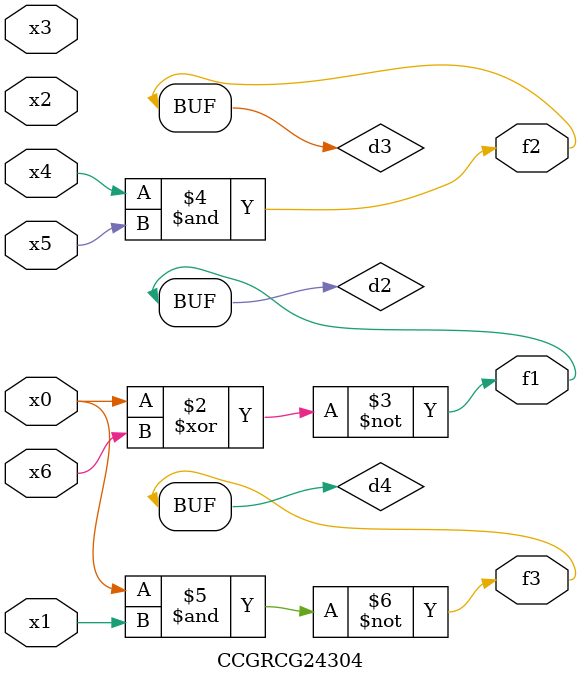
<source format=v>
module CCGRCG24304(
	input x0, x1, x2, x3, x4, x5, x6,
	output f1, f2, f3
);

	wire d1, d2, d3, d4;

	nor (d1, x0);
	xnor (d2, x0, x6);
	and (d3, x4, x5);
	nand (d4, x0, x1);
	assign f1 = d2;
	assign f2 = d3;
	assign f3 = d4;
endmodule

</source>
